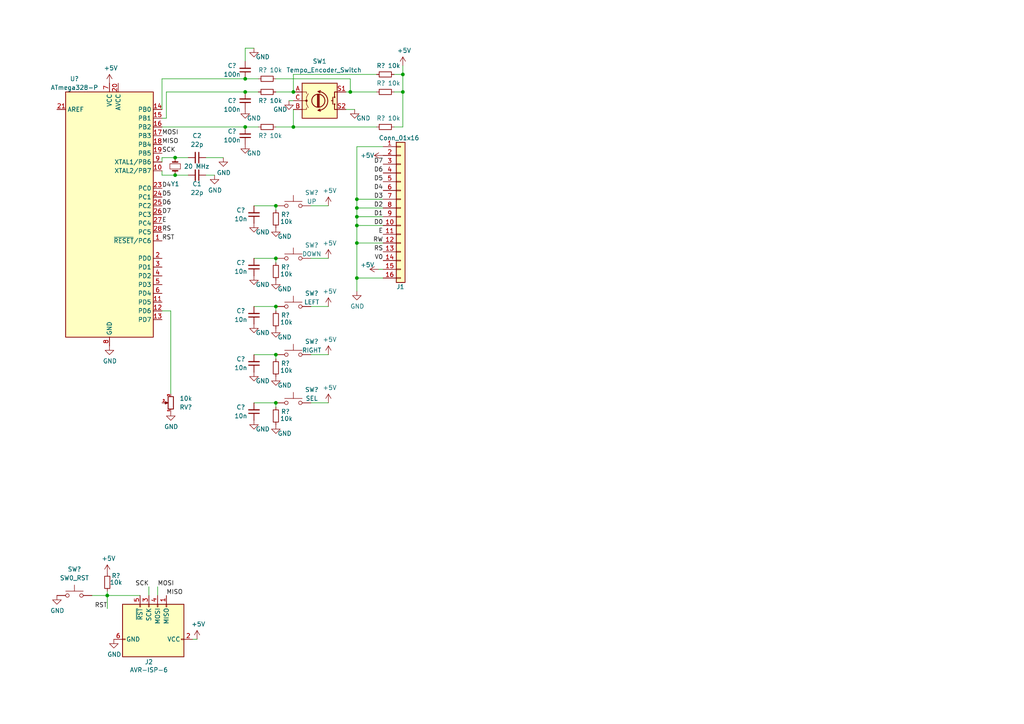
<source format=kicad_sch>
(kicad_sch (version 20211123) (generator eeschema)
  (paper "A4")
  (lib_symbols
    (symbol "MCU_Microchip_ATmega:ATmega328-P"
      (property "Reference" "U" (at -12.7 36.83 0))
      (property "Value" "ATmega328-P" (at 2.54 -36.83 0))
      (symbol "ATmega328-P_0_1"
        (rectangle (start -12.7 -35.56) (end 12.7 35.56) (stroke (width 0.254)) (fill (type background)))
      )
      (symbol "ATmega328-P_1_1"
        (pin bidirectional line (at 15.24 -7.62 180) (length 2.54) (name "~{RESET}/PC6") (number "1"))
        (pin bidirectional line (at 15.24 12.7 180) (length 2.54) (name "XTAL2/PB7") (number "10"))
        (pin bidirectional line (at 15.24 -25.4 180) (length 2.54) (name "PD5") (number "11"))
        (pin bidirectional line (at 15.24 -27.94 180) (length 2.54) (name "PD6") (number "12"))
        (pin bidirectional line (at 15.24 -30.48 180) (length 2.54) (name "PD7") (number "13"))
        (pin bidirectional line (at 15.24 30.48 180) (length 2.54) (name "PB0") (number "14"))
        (pin bidirectional line (at 15.24 27.94 180) (length 2.54) (name "PB1") (number "15"))
        (pin bidirectional line (at 15.24 25.4 180) (length 2.54) (name "PB2") (number "16"))
        (pin bidirectional line (at 15.24 22.86 180) (length 2.54) (name "PB3") (number "17"))
        (pin bidirectional line (at 15.24 20.32 180) (length 2.54) (name "PB4") (number "18"))
        (pin bidirectional line (at 15.24 17.78 180) (length 2.54) (name "PB5") (number "19"))
        (pin bidirectional line (at 15.24 -12.7 180) (length 2.54) (name "PD0") (number "2"))
        (pin power_in line (at 2.54 38.1 270) (length 2.54) (name "AVCC") (number "20"))
        (pin passive line (at -15.24 30.48 0) (length 2.54) (name "AREF") (number "21"))
        (pin passive line (at 0 -38.1 90) (length 2.54) hide (name "GND") (number "22"))
        (pin bidirectional line (at 15.24 7.62 180) (length 2.54) (name "PC0") (number "23"))
        (pin bidirectional line (at 15.24 5.08 180) (length 2.54) (name "PC1") (number "24"))
        (pin bidirectional line (at 15.24 2.54 180) (length 2.54) (name "PC2") (number "25"))
        (pin bidirectional line (at 15.24 0 180) (length 2.54) (name "PC3") (number "26"))
        (pin bidirectional line (at 15.24 -2.54 180) (length 2.54) (name "PC4") (number "27"))
        (pin bidirectional line (at 15.24 -5.08 180) (length 2.54) (name "PC5") (number "28"))
        (pin bidirectional line (at 15.24 -15.24 180) (length 2.54) (name "PD1") (number "3"))
        (pin bidirectional line (at 15.24 -17.78 180) (length 2.54) (name "PD2") (number "4"))
        (pin bidirectional line (at 15.24 -20.32 180) (length 2.54) (name "PD3") (number "5"))
        (pin bidirectional line (at 15.24 -22.86 180) (length 2.54) (name "PD4") (number "6"))
        (pin power_in line (at 0 38.1 270) (length 2.54) (name "VCC") (number "7"))
        (pin power_in line (at 0 -38.1 90) (length 2.54) (name "GND") (number "8"))
        (pin bidirectional line (at 15.24 15.24 180) (length 2.54) (name "XTAL1/PB6") (number "9"))
      )
    )
    (symbol "avr_metronome_1-rescue:+5V-power" (power) (pin_names (offset 0))
      (property "Value" "+5V-power" (at 0 3.556 0))
      (symbol "+5V-power_0_1"
        (polyline (pts (xy -0.762 1.27) (xy 0 2.54)))
        (polyline (pts (xy 0 0) (xy 0 2.54)))
        (polyline (pts (xy 0 2.54) (xy 0.762 1.27)))
      )
      (symbol "+5V-power_1_1"
        (pin power_in line (at 0 0 90) (length 0) hide (name "+5V") (number "1"))
      )
    )
    (symbol "avr_metronome_1-rescue:AVR-ISP-6-Connector" (pin_names (offset 1.016))
      (property "Reference" "J" (at -6.35 11.43 0))
      (property "Value" "AVR-ISP-6-Connector" (at 0 11.43 0))
      (symbol "AVR-ISP-6-Connector_0_1"
        (rectangle (start -2.667 -6.858) (end -2.413 -7.62))
        (rectangle (start -2.667 10.16) (end -2.413 9.398))
        (rectangle (start 7.62 -2.413) (end 6.858 -2.667))
        (rectangle (start 7.62 0.127) (end 6.858 -0.127))
        (rectangle (start 7.62 2.667) (end 6.858 2.413))
        (rectangle (start 7.62 5.207) (end 6.858 4.953))
        (rectangle (start 7.62 10.16) (end -7.62 -7.62) (stroke (width 0.254)) (fill (type background)))
      )
      (symbol "AVR-ISP-6-Connector_1_1"
        (pin passive line (at 10.16 5.08 180) (length 2.54) (name "MISO") (number "1"))
        (pin passive line (at -2.54 12.7 270) (length 2.54) (name "VCC") (number "2"))
        (pin passive line (at 10.16 0 180) (length 2.54) (name "SCK") (number "3"))
        (pin passive line (at 10.16 2.54 180) (length 2.54) (name "MOSI") (number "4"))
        (pin passive line (at 10.16 -2.54 180) (length 2.54) (name "~{RST}") (number "5"))
        (pin passive line (at -2.54 -10.16 90) (length 2.54) (name "GND") (number "6"))
      )
    )
    (symbol "avr_metronome_1-rescue:C_Small-Device" (pin_numbers hide) (pin_names (offset 0.254) hide)
      (property "Reference" "C" (at 0.254 1.778 0))
      (property "Value" "C_Small-Device" (at 0.254 -2.032 0))
      (symbol "C_Small-Device_0_1"
        (polyline (pts (xy -1.524 -0.508) (xy 1.524 -0.508)) (stroke (width 0.3302)))
        (polyline (pts (xy -1.524 0.508) (xy 1.524 0.508)) (stroke (width 0.3048)))
      )
      (symbol "C_Small-Device_1_1"
        (pin passive line (at 0 2.54 270) (length 2.032) (name "~") (number "1"))
        (pin passive line (at 0 -2.54 90) (length 2.032) (name "~") (number "2"))
      )
    )
    (symbol "avr_metronome_1-rescue:Conn_01x16-Connector_Generic" (pin_names (offset 1.016) hide)
      (property "Reference" "J" (at 0 20.32 0))
      (property "Value" "Conn_01x16-Connector_Generic" (at 0 -22.86 0))
      (symbol "Conn_01x16-Connector_Generic_1_1"
        (rectangle (start -1.27 -20.193) (end 0 -20.447) (stroke (width 0.1524)))
        (rectangle (start -1.27 -17.653) (end 0 -17.907) (stroke (width 0.1524)))
        (rectangle (start -1.27 -15.113) (end 0 -15.367) (stroke (width 0.1524)))
        (rectangle (start -1.27 -12.573) (end 0 -12.827) (stroke (width 0.1524)))
        (rectangle (start -1.27 -10.033) (end 0 -10.287) (stroke (width 0.1524)))
        (rectangle (start -1.27 -7.493) (end 0 -7.747) (stroke (width 0.1524)))
        (rectangle (start -1.27 -4.953) (end 0 -5.207) (stroke (width 0.1524)))
        (rectangle (start -1.27 -2.413) (end 0 -2.667) (stroke (width 0.1524)))
        (rectangle (start -1.27 0.127) (end 0 -0.127) (stroke (width 0.1524)))
        (rectangle (start -1.27 2.667) (end 0 2.413) (stroke (width 0.1524)))
        (rectangle (start -1.27 5.207) (end 0 4.953) (stroke (width 0.1524)))
        (rectangle (start -1.27 7.747) (end 0 7.493) (stroke (width 0.1524)))
        (rectangle (start -1.27 10.287) (end 0 10.033) (stroke (width 0.1524)))
        (rectangle (start -1.27 12.827) (end 0 12.573) (stroke (width 0.1524)))
        (rectangle (start -1.27 15.367) (end 0 15.113) (stroke (width 0.1524)))
        (rectangle (start -1.27 17.907) (end 0 17.653) (stroke (width 0.1524)))
        (rectangle (start -1.27 19.05) (end 1.27 -21.59) (stroke (width 0.254)) (fill (type background)))
        (pin passive line (at -5.08 17.78 0) (length 3.81) (name "Pin_1") (number "1"))
        (pin passive line (at -5.08 -5.08 0) (length 3.81) (name "Pin_10") (number "10"))
        (pin passive line (at -5.08 -7.62 0) (length 3.81) (name "Pin_11") (number "11"))
        (pin passive line (at -5.08 -10.16 0) (length 3.81) (name "Pin_12") (number "12"))
        (pin passive line (at -5.08 -12.7 0) (length 3.81) (name "Pin_13") (number "13"))
        (pin passive line (at -5.08 -15.24 0) (length 3.81) (name "Pin_14") (number "14"))
        (pin passive line (at -5.08 -17.78 0) (length 3.81) (name "Pin_15") (number "15"))
        (pin passive line (at -5.08 -20.32 0) (length 3.81) (name "Pin_16") (number "16"))
        (pin passive line (at -5.08 15.24 0) (length 3.81) (name "Pin_2") (number "2"))
        (pin passive line (at -5.08 12.7 0) (length 3.81) (name "Pin_3") (number "3"))
        (pin passive line (at -5.08 10.16 0) (length 3.81) (name "Pin_4") (number "4"))
        (pin passive line (at -5.08 7.62 0) (length 3.81) (name "Pin_5") (number "5"))
        (pin passive line (at -5.08 5.08 0) (length 3.81) (name "Pin_6") (number "6"))
        (pin passive line (at -5.08 2.54 0) (length 3.81) (name "Pin_7") (number "7"))
        (pin passive line (at -5.08 0 0) (length 3.81) (name "Pin_8") (number "8"))
        (pin passive line (at -5.08 -2.54 0) (length 3.81) (name "Pin_9") (number "9"))
      )
    )
    (symbol "avr_metronome_1-rescue:Crystal_Small-Device" (pin_numbers hide) (pin_names (offset 1.016) hide)
      (property "Reference" "Y" (at 0 2.54 0))
      (property "Value" "Crystal_Small-Device" (at 0 -2.54 0))
      (symbol "Crystal_Small-Device_0_1"
        (rectangle (start -0.762 -1.524) (end 0.762 1.524))
        (polyline (pts (xy -1.27 -0.762) (xy -1.27 0.762)) (stroke (width 0.381)))
        (polyline (pts (xy 1.27 -0.762) (xy 1.27 0.762)) (stroke (width 0.381)))
      )
      (symbol "Crystal_Small-Device_1_1"
        (pin passive line (at -2.54 0 0) (length 1.27) (name "1") (number "1"))
        (pin passive line (at 2.54 0 180) (length 1.27) (name "2") (number "2"))
      )
    )
    (symbol "avr_metronome_1-rescue:GND-power" (power) (pin_names (offset 0))
      (property "Value" "GND-power" (at 0 -3.81 0))
      (symbol "GND-power_0_1"
        (polyline (pts (xy 0 0) (xy 0 -1.27) (xy 1.27 -1.27) (xy 0 -2.54) (xy -1.27 -1.27) (xy 0 -1.27)))
      )
      (symbol "GND-power_1_1"
        (pin power_in line (at 0 0 270) (length 0) hide (name "GND") (number "1"))
      )
    )
    (symbol "avr_metronome_1-rescue:R_POT_Small-Device" (pin_names (offset 1.016) hide)
      (property "Reference" "RV" (at -4.445 0 90))
      (property "Value" "R_POT_Small-Device" (at -2.54 0 90))
      (symbol "R_POT_Small-Device_0_1"
        (polyline (pts (xy 0.889 0) (xy 0.635 0) (xy 1.651 0.381) (xy 1.651 -0.381) (xy 0.635 0) (xy 0.889 0)) (fill (type outline)))
        (rectangle (start 0.762 1.8034) (end -0.762 -1.8034) (stroke (width 0.254)))
      )
      (symbol "R_POT_Small-Device_1_1"
        (pin passive line (at 0 2.54 270) (length 0.635) (name "1") (number "1"))
        (pin passive line (at 2.54 0 180) (length 0.9906) (name "2") (number "2"))
        (pin passive line (at 0 -2.54 90) (length 0.635) (name "3") (number "3"))
      )
    )
    (symbol "avr_metronome_1-rescue:R_Small-Device" (pin_numbers hide) (pin_names (offset 0.254) hide)
      (property "Reference" "R" (at 0.762 0.508 0))
      (property "Value" "R_Small-Device" (at 0.762 -1.016 0))
      (symbol "R_Small-Device_0_1"
        (rectangle (start -0.762 1.778) (end 0.762 -1.778) (stroke (width 0.2032)))
      )
      (symbol "R_Small-Device_1_1"
        (pin passive line (at 0 2.54 270) (length 0.762) (name "~") (number "1"))
        (pin passive line (at 0 -2.54 90) (length 0.762) (name "~") (number "2"))
      )
    )
    (symbol "avr_metronome_1-rescue:Rotary_Encoder_Switch-Device" (pin_names (offset 0.254) hide)
      (property "Reference" "SW" (at 0 6.604 0))
      (property "Value" "Rotary_Encoder_Switch-Device" (at 0 -6.604 0))
      (symbol "Rotary_Encoder_Switch-Device_0_1"
        (rectangle (start -5.08 5.08) (end 5.08 -5.08) (stroke (width 0.254)) (fill (type background)))
        (circle (center -3.81 0) (radius 0.254) (fill (type outline)))
        (arc (start -0.381 -2.794) (mid 2.3622 -0.0508) (end -0.381 2.667) (stroke (width 0.254)))
        (circle (center -0.381 0) (radius 1.905) (stroke (width 0.254)))
        (polyline (pts (xy -0.635 -1.778) (xy -0.635 1.778)) (stroke (width 0.254)))
        (polyline (pts (xy -0.381 -1.778) (xy -0.381 1.778)) (stroke (width 0.254)))
        (polyline (pts (xy -0.127 1.778) (xy -0.127 -1.778)) (stroke (width 0.254)))
        (polyline (pts (xy 3.81 0) (xy 3.429 0)) (stroke (width 0.254)))
        (polyline (pts (xy 3.81 1.016) (xy 3.81 -1.016)) (stroke (width 0.254)))
        (polyline (pts (xy -5.08 -2.54) (xy -3.81 -2.54) (xy -3.81 -2.032)))
        (polyline (pts (xy -5.08 2.54) (xy -3.81 2.54) (xy -3.81 2.032)))
        (polyline (pts (xy 0.254 -3.048) (xy -0.508 -2.794) (xy 0.127 -2.413)) (stroke (width 0.254)))
        (polyline (pts (xy 0.254 2.921) (xy -0.508 2.667) (xy 0.127 2.286)) (stroke (width 0.254)))
        (polyline (pts (xy 5.08 -2.54) (xy 4.318 -2.54) (xy 4.318 -1.016)) (stroke (width 0.254)))
        (polyline (pts (xy 5.08 2.54) (xy 4.318 2.54) (xy 4.318 1.016)) (stroke (width 0.254)))
        (polyline (pts (xy -5.08 0) (xy -3.81 0) (xy -3.81 -1.016) (xy -3.302 -2.032)))
        (polyline (pts (xy -4.318 0) (xy -3.81 0) (xy -3.81 1.016) (xy -3.302 2.032)))
        (circle (center 4.318 -1.016) (radius 0.127) (stroke (width 0.254)))
        (circle (center 4.318 1.016) (radius 0.127) (stroke (width 0.254)))
      )
      (symbol "Rotary_Encoder_Switch-Device_1_1"
        (pin passive line (at -7.62 2.54 0) (length 2.54) (name "A") (number "A"))
        (pin passive line (at -7.62 -2.54 0) (length 2.54) (name "B") (number "B"))
        (pin passive line (at -7.62 0 0) (length 2.54) (name "C") (number "C"))
        (pin passive line (at 7.62 2.54 180) (length 2.54) (name "S1") (number "S1"))
        (pin passive line (at 7.62 -2.54 180) (length 2.54) (name "S2") (number "S2"))
      )
    )
    (symbol "avr_metronome_1-rescue:SW_MEC_5G-Switch" (pin_numbers hide) (pin_names (offset 1.016) hide)
      (property "Reference" "SW" (at 1.27 2.54 0))
      (property "Value" "SW_MEC_5G-Switch" (at 0 -1.524 0))
      (symbol "SW_MEC_5G-Switch_0_1"
        (circle (center -2.032 0) (radius 0.508))
        (polyline (pts (xy 0 1.27) (xy 0 3.048)))
        (polyline (pts (xy 2.54 1.27) (xy -2.54 1.27)))
        (circle (center 2.032 0) (radius 0.508))
        (pin passive line (at -5.08 0 0) (length 2.54) (name "A") (number "1"))
        (pin passive line (at 5.08 0 180) (length 2.54) (name "B") (number "3"))
      )
      (symbol "SW_MEC_5G-Switch_1_1"
        (pin passive line (at -5.08 0 0) (length 2.54) hide (name "A") (number "2"))
        (pin passive line (at 5.08 0 180) (length 2.54) hide (name "B") (number "4"))
      )
    )
  )
  (junction (at 80.01 74.93))
  (junction (at 103.505 65.405))
  (junction (at 80.01 59.69))
  (junction (at 80.01 88.9))
  (junction (at 31.115 172.72))
  (junction (at 80.01 102.87))
  (junction (at 103.505 57.785))
  (junction (at 116.84 21.59))
  (junction (at 71.12 36.83))
  (junction (at 50.8 50.8))
  (junction (at 103.505 62.865))
  (junction (at 85.09 26.67))
  (junction (at 71.12 22.86))
  (junction (at 101.6 26.67))
  (junction (at 103.505 70.485))
  (junction (at 116.84 26.67))
  (junction (at 71.12 26.67))
  (junction (at 50.8 45.72))
  (junction (at 103.505 60.325))
  (junction (at 85.09 36.83))
  (junction (at 103.505 80.645))
  (junction (at 80.01 116.84))
  (wire (pts (xy 31.115 172.72) (xy 31.115 176.53)))
  (wire (pts (xy 103.505 80.645) (xy 103.505 84.455)))
  (wire (pts (xy 48.26 34.29) (xy 46.99 34.29)))
  (wire (pts (xy 55.88 185.42) (xy 57.15 185.42)))
  (wire (pts (xy 73.66 59.69) (xy 80.01 59.69)))
  (wire (pts (xy 103.505 57.785) (xy 103.505 60.325)))
  (wire (pts (xy 114.3 21.59) (xy 116.84 21.59)))
  (wire (pts (xy 90.17 116.84) (xy 95.25 116.84)))
  (wire (pts (xy 103.505 42.545) (xy 103.505 57.785)))
  (wire (pts (xy 49.53 90.17) (xy 49.53 114.3)))
  (wire (pts (xy 101.6 26.67) (xy 101.6 22.86)))
  (wire (pts (xy 109.22 36.83) (xy 85.09 36.83)))
  (wire (pts (xy 74.93 22.86) (xy 71.12 22.86)))
  (wire (pts (xy 85.09 21.59) (xy 85.09 26.67)))
  (wire (pts (xy 43.18 170.18) (xy 43.18 172.72)))
  (wire (pts (xy 46.99 22.86) (xy 71.12 22.86)))
  (wire (pts (xy 71.12 17.78) (xy 71.12 13.97)))
  (wire (pts (xy 73.66 88.9) (xy 80.01 88.9)))
  (wire (pts (xy 46.99 50.8) (xy 46.99 49.53)))
  (wire (pts (xy 45.72 170.18) (xy 45.72 172.72)))
  (wire (pts (xy 48.26 26.67) (xy 71.12 26.67)))
  (wire (pts (xy 50.8 45.72) (xy 54.61 45.72)))
  (wire (pts (xy 111.125 65.405) (xy 103.505 65.405)))
  (wire (pts (xy 73.66 116.84) (xy 80.01 116.84)))
  (wire (pts (xy 31.115 172.72) (xy 26.67 172.72)))
  (wire (pts (xy 111.125 42.545) (xy 103.505 42.545)))
  (wire (pts (xy 50.8 50.8) (xy 46.99 50.8)))
  (wire (pts (xy 103.505 70.485) (xy 103.505 80.645)))
  (wire (pts (xy 71.12 36.83) (xy 74.93 36.83)))
  (wire (pts (xy 111.125 60.325) (xy 103.505 60.325)))
  (wire (pts (xy 80.01 26.67) (xy 85.09 26.67)))
  (wire (pts (xy 31.115 172.72) (xy 40.64 172.72)))
  (wire (pts (xy 46.99 22.86) (xy 46.99 31.75)))
  (wire (pts (xy 71.12 26.67) (xy 74.93 26.67)))
  (wire (pts (xy 90.17 88.9) (xy 95.25 88.9)))
  (wire (pts (xy 109.22 26.67) (xy 101.6 26.67)))
  (wire (pts (xy 80.01 118.11) (xy 80.01 116.84)))
  (wire (pts (xy 50.8 45.72) (xy 46.99 45.72)))
  (wire (pts (xy 90.17 59.69) (xy 95.25 59.69)))
  (wire (pts (xy 116.84 19.05) (xy 116.84 21.59)))
  (wire (pts (xy 71.12 13.97) (xy 73.66 13.97)))
  (wire (pts (xy 80.01 36.83) (xy 85.09 36.83)))
  (wire (pts (xy 116.84 26.67) (xy 116.84 36.83)))
  (wire (pts (xy 85.09 29.21) (xy 83.82 29.21)))
  (wire (pts (xy 46.99 45.72) (xy 46.99 46.99)))
  (wire (pts (xy 59.69 50.8) (xy 62.23 50.8)))
  (wire (pts (xy 90.17 102.87) (xy 95.25 102.87)))
  (wire (pts (xy 111.125 78.105) (xy 109.855 78.105)))
  (wire (pts (xy 85.09 36.83) (xy 85.09 31.75)))
  (wire (pts (xy 80.01 22.86) (xy 101.6 22.86)))
  (wire (pts (xy 111.125 62.865) (xy 103.505 62.865)))
  (wire (pts (xy 103.505 60.325) (xy 103.505 62.865)))
  (wire (pts (xy 31.115 171.45) (xy 31.115 172.72)))
  (wire (pts (xy 50.8 50.8) (xy 54.61 50.8)))
  (wire (pts (xy 73.66 74.93) (xy 80.01 74.93)))
  (wire (pts (xy 116.84 36.83) (xy 114.3 36.83)))
  (wire (pts (xy 101.6 26.67) (xy 100.33 26.67)))
  (wire (pts (xy 114.3 26.67) (xy 116.84 26.67)))
  (wire (pts (xy 111.125 70.485) (xy 103.505 70.485)))
  (wire (pts (xy 103.505 62.865) (xy 103.505 65.405)))
  (wire (pts (xy 59.69 45.72) (xy 64.77 45.72)))
  (wire (pts (xy 80.01 76.2) (xy 80.01 74.93)))
  (wire (pts (xy 80.01 60.96) (xy 80.01 59.69)))
  (wire (pts (xy 103.505 65.405) (xy 103.505 70.485)))
  (wire (pts (xy 73.66 102.87) (xy 80.01 102.87)))
  (wire (pts (xy 80.01 90.17) (xy 80.01 88.9)))
  (wire (pts (xy 111.125 57.785) (xy 103.505 57.785)))
  (wire (pts (xy 80.01 104.14) (xy 80.01 102.87)))
  (wire (pts (xy 116.84 21.59) (xy 116.84 26.67)))
  (wire (pts (xy 103.505 80.645) (xy 111.125 80.645)))
  (wire (pts (xy 102.87 31.75) (xy 100.33 31.75)))
  (wire (pts (xy 90.17 74.93) (xy 95.25 74.93)))
  (wire (pts (xy 109.22 21.59) (xy 85.09 21.59)))
  (wire (pts (xy 48.26 26.67) (xy 48.26 34.29)))
  (wire (pts (xy 46.99 36.83) (xy 71.12 36.83)))
  (wire (pts (xy 46.99 90.17) (xy 49.53 90.17)))
  (label "RS" (at 111.125 73.025 180))
  (label "D1" (at 111.125 62.865 180))
  (label "D4" (at 46.99 54.61 0))
  (label "SCK" (at 46.99 44.45 0))
  (label "MOSI" (at 46.99 39.37 0))
  (label "RST" (at 31.115 176.53 180))
  (label "D3" (at 111.125 57.785 180))
  (label "E" (at 46.99 64.77 0))
  (label "RW" (at 111.125 70.485 180))
  (label "D6" (at 46.99 59.69 0))
  (label "MISO" (at 48.26 172.72 0))
  (label "D7" (at 46.99 62.23 0))
  (label "D0" (at 111.125 65.405 180))
  (label "D4" (at 111.125 55.245 180))
  (label "D5" (at 111.125 52.705 180))
  (label "V0" (at 111.125 75.565 180))
  (label "RST" (at 46.99 69.85 0))
  (label "MOSI" (at 45.72 170.18 0))
  (label "D7" (at 111.125 47.625 180))
  (label "MISO" (at 46.99 41.91 0))
  (label "D6" (at 111.125 50.165 180))
  (label "RS" (at 46.99 67.31 0))
  (label "D2" (at 111.125 60.325 180))
  (label "E" (at 111.125 67.945 180))
  (label "SCK" (at 43.18 170.18 180))
  (label "D5" (at 46.99 57.15 0))
  (symbol (lib_id "avr_metronome_1-rescue:Crystal_Small-Device") (at 50.8 48.26 270) (mirror x) (unit 1)
    (property "Reference" "Y1" (at 49.53 53.34 90) (effects (justify left)))
    (property "Value" "20 MHz" (at 53.34 48.26 90) (effects (justify left)))
  )
  (symbol (lib_id "avr_metronome_1-rescue:C_Small-Device") (at 57.15 45.72 270) (unit 1)
    (property "Reference" "C2" (at 57.15 39.37 90))
    (property "Value" "22p" (at 57.15 41.91 90))
  )
  (symbol (lib_id "avr_metronome_1-rescue:C_Small-Device") (at 57.15 50.8 270) (unit 1)
    (property "Reference" "C1" (at 57.15 53.34 90))
    (property "Value" "22p" (at 57.15 55.88 90))
  )
  (symbol (lib_id "avr_metronome_1-rescue:GND-power") (at 64.77 45.72 0) (unit 1)
    (property "Reference" "#PWR?" (effects hide))
    (property "Value" "GND" (at 64.897 50.1142 0))
  )
  (symbol (lib_id "avr_metronome_1-rescue:GND-power") (at 62.23 50.8 0) (unit 1)
    (property "Reference" "#PWR?" (effects hide))
    (property "Value" "GND" (at 62.357 55.1942 0))
  )
  (symbol (lib_id "avr_metronome_1-rescue:GND-power") (at 31.75 100.33 0) (unit 1)
    (property "Reference" "#PWR?" (effects hide))
    (property "Value" "GND" (at 31.877 104.7242 0))
  )
  (symbol (lib_id "avr_metronome_1-rescue:+5V-power") (at 31.75 24.13 0) (unit 1)
    (property "Reference" "#PWR?" (effects hide))
    (property "Value" "+5V" (at 32.131 19.7358 0))
  )
  (symbol (lib_id "avr_metronome_1-rescue:Conn_01x16-Connector_Generic") (at 116.205 60.325 0) (unit 1)
    (property "Reference" "J1" (at 114.935 83.185 0) (effects (justify left)))
    (property "Value" "Conn_01x16" (at 109.855 40.005 0) (effects (justify left)))
  )
  (symbol (lib_id "avr_metronome_1-rescue:GND-power") (at 103.505 84.455 0) (unit 1)
    (property "Reference" "#PWR?" (effects hide))
    (property "Value" "GND" (at 103.632 88.8492 0))
  )
  (symbol (lib_id "avr_metronome_1-rescue:+5V-power") (at 109.855 78.105 90) (unit 1)
    (property "Reference" "#PWR?" (effects hide))
    (property "Value" "+5V" (at 108.585 76.835 90) (effects (justify left)))
  )
  (symbol (lib_id "avr_metronome_1-rescue:+5V-power") (at 111.125 45.085 90) (unit 1)
    (property "Reference" "#PWR?" (effects hide))
    (property "Value" "+5V" (at 108.585 45.085 90) (effects (justify left)))
  )
  (symbol (lib_id "avr_metronome_1-rescue:Rotary_Encoder_Switch-Device") (at 92.71 29.21 0) (unit 1)
    (property "Reference" "SW1" (at 92.71 17.78 0))
    (property "Value" "Tempo_Encoder_Switch" (at 93.98 20.32 0))
  )
  (symbol (lib_id "avr_metronome_1-rescue:GND-power") (at 83.82 29.21 0) (unit 1)
    (property "Reference" "#PWR?" (effects hide))
    (property "Value" "GND" (at 81.28 31.75 0))
  )
  (symbol (lib_id "avr_metronome_1-rescue:GND-power") (at 102.87 31.75 0) (unit 1)
    (property "Reference" "#PWR?" (effects hide))
    (property "Value" "GND" (at 105.41 34.29 0))
  )
  (symbol (lib_id "avr_metronome_1-rescue:+5V-power") (at 116.84 19.05 0) (unit 1)
    (property "Reference" "#PWR?" (effects hide))
    (property "Value" "+5V" (at 117.221 14.6558 0))
  )
  (symbol (lib_id "avr_metronome_1-rescue:C_Small-Device") (at 71.12 39.37 180) (unit 1)
    (property "Reference" "C?" (at 67.31 38.1 0))
    (property "Value" "100n" (at 67.31 40.64 0))
  )
  (symbol (lib_id "avr_metronome_1-rescue:C_Small-Device") (at 71.12 29.21 180) (unit 1)
    (property "Reference" "C?" (at 67.31 29.21 0))
    (property "Value" "100n" (at 67.31 31.75 0))
  )
  (symbol (lib_id "avr_metronome_1-rescue:C_Small-Device") (at 71.12 20.32 180) (unit 1)
    (property "Reference" "C?" (at 67.31 19.05 0))
    (property "Value" "100n" (at 67.31 21.59 0))
  )
  (symbol (lib_id "avr_metronome_1-rescue:GND-power") (at 71.12 41.91 0) (unit 1)
    (property "Reference" "#PWR?" (effects hide))
    (property "Value" "GND" (at 73.66 44.45 0))
  )
  (symbol (lib_id "avr_metronome_1-rescue:GND-power") (at 71.12 31.75 0) (unit 1)
    (property "Reference" "#PWR?" (effects hide))
    (property "Value" "GND" (at 73.66 34.29 0))
  )
  (symbol (lib_id "avr_metronome_1-rescue:GND-power") (at 73.66 13.97 0) (unit 1)
    (property "Reference" "#PWR?" (effects hide))
    (property "Value" "GND" (at 76.2 16.51 0))
  )
  (symbol (lib_id "avr_metronome_1-rescue:R_Small-Device") (at 77.47 22.86 270) (unit 1)
    (property "Reference" "R?" (at 76.2 20.32 90))
    (property "Value" "10k" (at 80.01 20.32 90))
  )
  (symbol (lib_id "avr_metronome_1-rescue:R_Small-Device") (at 77.47 26.67 270) (unit 1)
    (property "Reference" "R?" (at 76.2 29.21 90))
    (property "Value" "10k" (at 80.01 29.21 90))
  )
  (symbol (lib_id "avr_metronome_1-rescue:R_Small-Device") (at 77.47 36.83 270) (unit 1)
    (property "Reference" "R?" (at 76.2 39.37 90))
    (property "Value" "10k" (at 80.01 39.37 90))
  )
  (symbol (lib_id "avr_metronome_1-rescue:R_Small-Device") (at 111.76 21.59 270) (unit 1)
    (property "Reference" "R?" (at 110.49 19.05 90))
    (property "Value" "10k" (at 114.3 19.05 90))
  )
  (symbol (lib_id "avr_metronome_1-rescue:R_Small-Device") (at 111.76 26.67 270) (unit 1)
    (property "Reference" "R?" (at 110.49 24.13 90))
    (property "Value" "10k" (at 114.3 24.13 90))
  )
  (symbol (lib_id "avr_metronome_1-rescue:R_Small-Device") (at 111.76 36.83 270) (unit 1)
    (property "Reference" "R?" (at 110.49 34.29 90))
    (property "Value" "10k" (at 114.3 34.29 90))
  )
  (symbol (lib_id "avr_metronome_1-rescue:R_POT_Small-Device") (at 49.53 116.84 180) (unit 1)
    (property "Reference" "RV?" (at 52.07 118.11 0) (effects (justify right)))
    (property "Value" "10k" (at 52.07 115.57 0) (effects (justify right)))
  )
  (symbol (lib_id "avr_metronome_1-rescue:GND-power") (at 49.53 119.38 0) (unit 1)
    (property "Reference" "#PWR?" (effects hide))
    (property "Value" "GND" (at 49.657 123.7742 0))
  )
  (symbol (lib_id "avr_metronome_1-rescue:AVR-ISP-6-Connector") (at 43.18 182.88 270) (mirror x) (unit 1)
    (property "Reference" "J2" (at 43.18 191.9986 90))
    (property "Value" "AVR-ISP-6" (at 43.18 194.31 90))
    (property "Datasheet" " ~" (effects hide))
  )
  (symbol (lib_id "avr_metronome_1-rescue:GND-power") (at 33.02 185.42 0) (unit 1)
    (property "Reference" "#PWR?" (effects hide))
    (property "Value" "GND" (at 33.147 189.8142 0))
  )
  (symbol (lib_id "avr_metronome_1-rescue:+5V-power") (at 57.15 185.42 0) (unit 1)
    (property "Reference" "#PWR?" (effects hide))
    (property "Value" "+5V" (at 57.531 181.0258 0))
  )
  (symbol (lib_id "avr_metronome_1-rescue:GND-power") (at 73.66 80.01 0) (unit 1)
    (property "Reference" "#PWR?" (effects hide))
    (property "Value" "GND" (at 76.2 82.55 0))
  )
  (symbol (lib_id "avr_metronome_1-rescue:GND-power") (at 73.66 121.92 0) (unit 1)
    (property "Reference" "#PWR?" (effects hide))
    (property "Value" "GND" (at 76.2 124.46 0))
  )
  (symbol (lib_id "avr_metronome_1-rescue:+5V-power") (at 31.115 166.37 0) (unit 1)
    (property "Reference" "#PWR?" (effects hide))
    (property "Value" "+5V" (at 31.496 161.9758 0))
  )
  (symbol (lib_id "avr_metronome_1-rescue:GND-power") (at 80.01 81.28 0) (unit 1)
    (property "Reference" "#PWR?" (effects hide))
    (property "Value" "GND" (at 82.55 83.82 0))
  )
  (symbol (lib_id "avr_metronome_1-rescue:C_Small-Device") (at 73.66 119.38 180) (unit 1)
    (property "Reference" "C?" (at 69.85 118.11 0))
    (property "Value" "10n" (at 69.85 120.65 0))
  )
  (symbol (lib_id "avr_metronome_1-rescue:R_Small-Device") (at 80.01 120.65 0) (unit 1)
    (property "Reference" "R?" (at 82.804 119.38 0))
    (property "Value" "10k" (at 83.058 121.412 0))
  )
  (symbol (lib_id "avr_metronome_1-rescue:GND-power") (at 16.51 172.72 0) (unit 1)
    (property "Reference" "#PWR?" (effects hide))
    (property "Value" "GND" (at 16.637 177.1142 0))
  )
  (symbol (lib_id "avr_metronome_1-rescue:R_Small-Device") (at 80.01 106.68 0) (unit 1)
    (property "Reference" "R?" (at 82.804 105.41 0))
    (property "Value" "10k" (at 83.058 107.442 0))
  )
  (symbol (lib_id "avr_metronome_1-rescue:SW_MEC_5G-Switch") (at 85.09 88.9 0) (unit 1)
    (property "Reference" "SW?" (at 90.424 85.09 0))
    (property "Value" "LEFT" (at 90.424 87.63 0))
    (property "Datasheet" "http://www.apem.com/int/index.php?controller=attachment&id_attachment=488" (effects hide))
  )
  (symbol (lib_id "avr_metronome_1-rescue:SW_MEC_5G-Switch") (at 21.59 172.72 0) (unit 1)
    (property "Reference" "SW?" (at 21.59 165.1 0))
    (property "Value" "SW0_RST" (at 21.59 167.64 0))
  )
  (symbol (lib_id "MCU_Microchip_ATmega:ATmega328-P") (at 31.75 62.23 0) (unit 1)
    (property "Reference" "U?" (at 21.59 22.86 0))
    (property "Value" "ATmega328-P" (at 21.59 25.4 0))
    (property "Footprint" "Package_DIP:DIP-28_W7.62mm" (effects hide))
    (property "Datasheet" "http://ww1.microchip.com/downloads/en/DeviceDoc/ATmega328_P%20AVR%20MCU%20with%20picoPower%20Technology%20Data%20Sheet%2040001984A.pdf" (effects hide))
  )
  (symbol (lib_id "avr_metronome_1-rescue:C_Small-Device") (at 73.66 62.23 180) (unit 1)
    (property "Reference" "C?" (at 69.85 60.96 0))
    (property "Value" "10n" (at 69.85 63.5 0))
  )
  (symbol (lib_id "avr_metronome_1-rescue:C_Small-Device") (at 73.66 91.44 180) (unit 1)
    (property "Reference" "C?" (at 69.85 90.17 0))
    (property "Value" "10n" (at 69.85 92.71 0))
  )
  (symbol (lib_id "avr_metronome_1-rescue:R_Small-Device") (at 80.01 92.71 0) (unit 1)
    (property "Reference" "R?" (at 82.804 91.44 0))
    (property "Value" "10k" (at 83.058 93.472 0))
  )
  (symbol (lib_id "avr_metronome_1-rescue:R_Small-Device") (at 80.01 78.74 0) (unit 1)
    (property "Reference" "R?" (at 82.804 77.47 0))
    (property "Value" "10k" (at 83.058 79.502 0))
  )
  (symbol (lib_id "avr_metronome_1-rescue:GND-power") (at 80.01 95.25 0) (unit 1)
    (property "Reference" "#PWR?" (effects hide))
    (property "Value" "GND" (at 82.55 97.79 0))
  )
  (symbol (lib_id "avr_metronome_1-rescue:SW_MEC_5G-Switch") (at 85.09 59.69 0) (unit 1)
    (property "Reference" "SW?" (at 90.424 55.88 0))
    (property "Value" "UP" (at 90.424 58.42 0))
    (property "Datasheet" "http://www.apem.com/int/index.php?controller=attachment&id_attachment=488" (effects hide))
  )
  (symbol (lib_id "avr_metronome_1-rescue:+5V-power") (at 95.25 88.9 0) (unit 1)
    (property "Reference" "#PWR?" (effects hide))
    (property "Value" "+5V" (at 95.631 84.5058 0))
  )
  (symbol (lib_id "avr_metronome_1-rescue:SW_MEC_5G-Switch") (at 85.09 116.84 0) (unit 1)
    (property "Reference" "SW?" (at 90.424 113.03 0))
    (property "Value" "SEL" (at 90.424 115.57 0))
    (property "Datasheet" "http://www.apem.com/int/index.php?controller=attachment&id_attachment=488" (effects hide))
  )
  (symbol (lib_id "avr_metronome_1-rescue:R_Small-Device") (at 80.01 63.5 0) (unit 1)
    (property "Reference" "R?" (at 82.804 62.23 0))
    (property "Value" "10k" (at 83.058 64.262 0))
  )
  (symbol (lib_id "avr_metronome_1-rescue:SW_MEC_5G-Switch") (at 85.09 74.93 0) (unit 1)
    (property "Reference" "SW?" (at 90.424 71.12 0))
    (property "Value" "DOWN" (at 90.424 73.66 0))
    (property "Datasheet" "http://www.apem.com/int/index.php?controller=attachment&id_attachment=488" (effects hide))
  )
  (symbol (lib_id "avr_metronome_1-rescue:SW_MEC_5G-Switch") (at 85.09 102.87 0) (unit 1)
    (property "Reference" "SW?" (at 90.424 99.06 0))
    (property "Value" "RIGHT" (at 90.424 101.6 0))
    (property "Datasheet" "http://www.apem.com/int/index.php?controller=attachment&id_attachment=488" (effects hide))
  )
  (symbol (lib_id "avr_metronome_1-rescue:+5V-power") (at 95.25 59.69 0) (unit 1)
    (property "Reference" "#PWR?" (effects hide))
    (property "Value" "+5V" (at 95.631 55.2958 0))
  )
  (symbol (lib_id "avr_metronome_1-rescue:GND-power") (at 80.01 66.04 0) (unit 1)
    (property "Reference" "#PWR?" (effects hide))
    (property "Value" "GND" (at 82.55 68.58 0))
  )
  (symbol (lib_id "avr_metronome_1-rescue:C_Small-Device") (at 73.66 105.41 180) (unit 1)
    (property "Reference" "C?" (at 69.85 104.14 0))
    (property "Value" "10n" (at 69.85 106.68 0))
  )
  (symbol (lib_id "avr_metronome_1-rescue:+5V-power") (at 95.25 74.93 0) (unit 1)
    (property "Reference" "#PWR?" (effects hide))
    (property "Value" "+5V" (at 95.631 70.5358 0))
  )
  (symbol (lib_id "avr_metronome_1-rescue:+5V-power") (at 95.25 102.87 0) (unit 1)
    (property "Reference" "#PWR?" (effects hide))
    (property "Value" "+5V" (at 95.631 98.4758 0))
  )
  (symbol (lib_id "avr_metronome_1-rescue:GND-power") (at 73.66 107.95 0) (unit 1)
    (property "Reference" "#PWR?" (effects hide))
    (property "Value" "GND" (at 76.2 110.49 0))
  )
  (symbol (lib_id "avr_metronome_1-rescue:GND-power") (at 80.01 109.22 0) (unit 1)
    (property "Reference" "#PWR?" (effects hide))
    (property "Value" "GND" (at 82.55 111.76 0))
  )
  (symbol (lib_id "avr_metronome_1-rescue:R_Small-Device") (at 31.115 168.91 180) (unit 1)
    (property "Reference" "R?" (at 33.655 167.005 0))
    (property "Value" "10k" (at 33.655 168.91 0))
  )
  (symbol (lib_id "avr_metronome_1-rescue:+5V-power") (at 95.25 116.84 0) (unit 1)
    (property "Reference" "#PWR?" (effects hide))
    (property "Value" "+5V" (at 95.631 112.4458 0))
  )
  (symbol (lib_id "avr_metronome_1-rescue:C_Small-Device") (at 73.66 77.47 180) (unit 1)
    (property "Reference" "C?" (at 69.85 76.2 0))
    (property "Value" "10n" (at 69.85 78.74 0))
  )
  (symbol (lib_id "avr_metronome_1-rescue:GND-power") (at 80.01 123.19 0) (unit 1)
    (property "Reference" "#PWR?" (effects hide))
    (property "Value" "GND" (at 82.55 125.73 0))
  )
  (symbol (lib_id "avr_metronome_1-rescue:GND-power") (at 73.66 64.77 0) (unit 1)
    (property "Reference" "#PWR?" (effects hide))
    (property "Value" "GND" (at 76.2 67.31 0))
  )
  (symbol (lib_id "avr_metronome_1-rescue:GND-power") (at 73.66 93.98 0) (unit 1)
    (property "Reference" "#PWR?" (effects hide))
    (property "Value" "GND" (at 76.2 96.52 0))
  )
)
</source>
